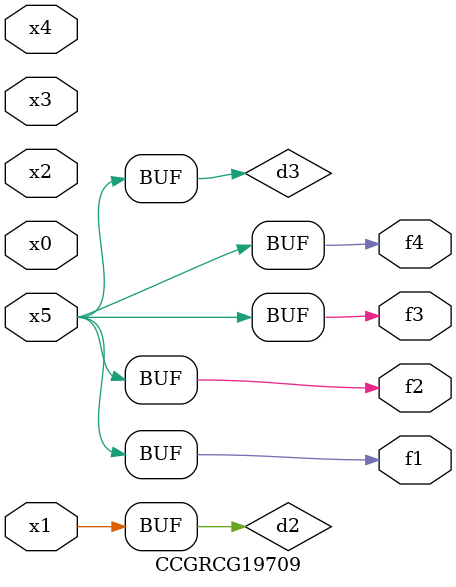
<source format=v>
module CCGRCG19709(
	input x0, x1, x2, x3, x4, x5,
	output f1, f2, f3, f4
);

	wire d1, d2, d3;

	not (d1, x5);
	or (d2, x1);
	xnor (d3, d1);
	assign f1 = d3;
	assign f2 = d3;
	assign f3 = d3;
	assign f4 = d3;
endmodule

</source>
